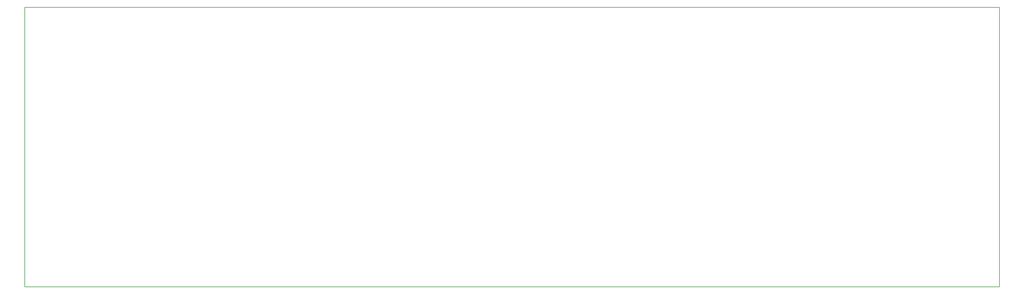
<source format=gko>
G04 Layer: BoardOutlineLayer*
G04 EasyEDA v6.5.34, 2023-08-22 01:37:47*
G04 38117919441e4a75b8342165e9f31c87,5a6b42c53f6a479593ecc07194224c93,10*
G04 Gerber Generator version 0.2*
G04 Scale: 100 percent, Rotated: No, Reflected: No *
G04 Dimensions in millimeters *
G04 leading zeros omitted , absolute positions ,4 integer and 5 decimal *
%FSLAX45Y45*%
%MOMM*%

%ADD10C,0.2540*%
D10*
X2031994Y12953974D02*
G01*
X46227908Y12953974D01*
X46227908Y254000D01*
X2031994Y254000D01*
X2031994Y12953974D01*

%LPD*%
M02*

</source>
